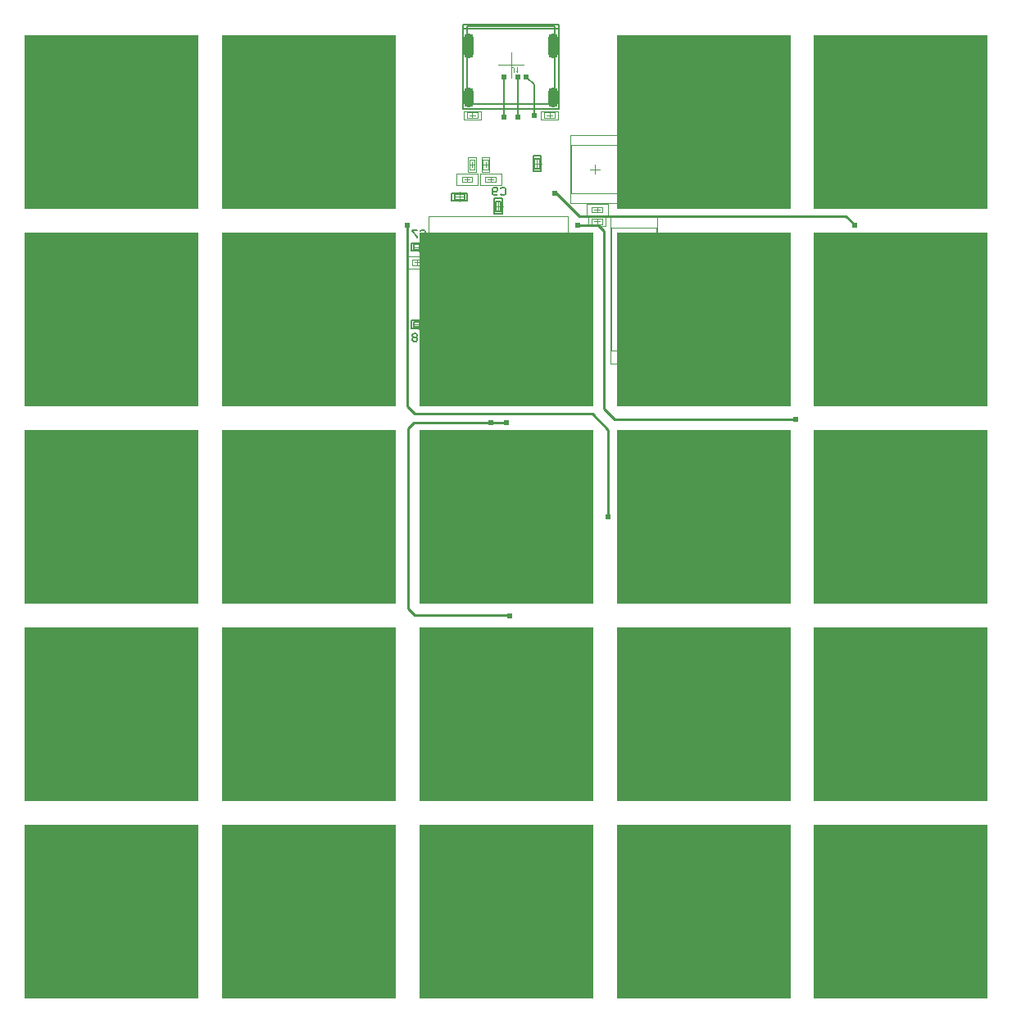
<source format=gtl>
G04*
G04 #@! TF.GenerationSoftware,Altium Limited,Altium Designer,20.1.14 (287)*
G04*
G04 Layer_Physical_Order=1*
G04 Layer_Color=255*
%FSLAX25Y25*%
%MOIN*%
G70*
G04*
G04 #@! TF.SameCoordinates,6159EE71-3121-4CAE-BACB-EE203CEA38BF*
G04*
G04*
G04 #@! TF.FilePolarity,Positive*
G04*
G01*
G75*
%ADD10C,0.00394*%
%ADD11C,0.00197*%
%ADD12C,0.00787*%
%ADD13C,0.00600*%
G04:AMPARAMS|DCode=15|XSize=43.31mil|YSize=82.68mil|CornerRadius=21.65mil|HoleSize=0mil|Usage=FLASHONLY|Rotation=0.000|XOffset=0mil|YOffset=0mil|HoleType=Round|Shape=RoundedRectangle|*
%AMROUNDEDRECTD15*
21,1,0.04331,0.03937,0,0,0.0*
21,1,0.00000,0.08268,0,0,0.0*
1,1,0.04331,0.00000,-0.01968*
1,1,0.04331,0.00000,-0.01968*
1,1,0.04331,0.00000,0.01968*
1,1,0.04331,0.00000,0.01968*
%
%ADD15ROUNDEDRECTD15*%
G04:AMPARAMS|DCode=16|XSize=43.31mil|YSize=102.36mil|CornerRadius=21.65mil|HoleSize=0mil|Usage=FLASHONLY|Rotation=0.000|XOffset=0mil|YOffset=0mil|HoleType=Round|Shape=RoundedRectangle|*
%AMROUNDEDRECTD16*
21,1,0.04331,0.05906,0,0,0.0*
21,1,0.00000,0.10236,0,0,0.0*
1,1,0.04331,0.00000,-0.02953*
1,1,0.04331,0.00000,-0.02953*
1,1,0.04331,0.00000,0.02953*
1,1,0.04331,0.00000,0.02953*
%
%ADD16ROUNDEDRECTD16*%
%ADD18C,0.01000*%
%ADD19C,0.00500*%
%ADD20R,0.70866X0.70866*%
%ADD21C,0.02400*%
G36*
X205721Y381373D02*
X205520D01*
X205505Y381404D01*
X205485Y381434D01*
X205444Y381495D01*
X205398Y381552D01*
X205352Y381605D01*
X205330Y381626D01*
X205311Y381648D01*
X205293Y381665D01*
X205278Y381681D01*
X205263Y381694D01*
X205254Y381703D01*
X205248Y381709D01*
X205245Y381711D01*
X205171Y381772D01*
X205093Y381829D01*
X205016Y381879D01*
X204982Y381903D01*
X204947Y381923D01*
X204914Y381942D01*
X204886Y381958D01*
X204860Y381973D01*
X204838Y381984D01*
X204820Y381993D01*
X204805Y381999D01*
X204796Y382003D01*
X204794Y382006D01*
Y382304D01*
X204849Y382282D01*
X204905Y382256D01*
X204960Y382230D01*
X205010Y382204D01*
X205032Y382193D01*
X205054Y382180D01*
X205071Y382171D01*
X205086Y382162D01*
X205099Y382156D01*
X205108Y382150D01*
X205115Y382147D01*
X205117Y382145D01*
X205182Y382106D01*
X205239Y382067D01*
X205289Y382030D01*
X205333Y381999D01*
X205350Y381984D01*
X205365Y381971D01*
X205378Y381960D01*
X205392Y381949D01*
X205400Y381942D01*
X205407Y381936D01*
X205409Y381934D01*
X205411Y381931D01*
Y383896D01*
X205721D01*
Y381373D01*
D02*
G37*
G36*
X203512Y383933D02*
X203586Y383924D01*
X203621Y383915D01*
X203652Y383909D01*
X203682Y383900D01*
X203709Y383891D01*
X203735Y383885D01*
X203756Y383876D01*
X203774Y383867D01*
X203791Y383861D01*
X203802Y383856D01*
X203813Y383852D01*
X203818Y383848D01*
X203820D01*
X203879Y383811D01*
X203926Y383767D01*
X203970Y383723D01*
X204003Y383682D01*
X204029Y383643D01*
X204040Y383628D01*
X204046Y383612D01*
X204053Y383601D01*
X204057Y383590D01*
X204062Y383586D01*
Y383584D01*
X204075Y383549D01*
X204088Y383512D01*
X204107Y383434D01*
X204120Y383353D01*
X204131Y383274D01*
X204134Y383237D01*
X204136Y383205D01*
X204138Y383174D01*
Y383148D01*
X204140Y383126D01*
Y383109D01*
Y383100D01*
Y383096D01*
Y381382D01*
X203807D01*
Y383113D01*
Y383152D01*
X203804Y383189D01*
Y383222D01*
X203802Y383253D01*
X203798Y383281D01*
X203796Y383307D01*
X203794Y383331D01*
X203789Y383353D01*
X203787Y383370D01*
X203783Y383385D01*
X203781Y383399D01*
X203778Y383410D01*
X203776Y383418D01*
X203774Y383425D01*
X203772Y383427D01*
Y383429D01*
X203756Y383464D01*
X203737Y383494D01*
X203717Y383521D01*
X203695Y383542D01*
X203676Y383560D01*
X203661Y383573D01*
X203650Y383582D01*
X203645Y383584D01*
X203610Y383604D01*
X203573Y383617D01*
X203538Y383628D01*
X203504Y383634D01*
X203475Y383638D01*
X203451Y383641D01*
X203430D01*
X203399Y383638D01*
X203368Y383636D01*
X203316Y383623D01*
X203270Y383608D01*
X203233Y383588D01*
X203203Y383569D01*
X203181Y383551D01*
X203174Y383545D01*
X203168Y383540D01*
X203166Y383538D01*
X203164Y383536D01*
X203146Y383514D01*
X203131Y383488D01*
X203118Y383460D01*
X203107Y383429D01*
X203087Y383364D01*
X203074Y383298D01*
X203070Y383268D01*
X203065Y383237D01*
X203063Y383211D01*
X203061Y383187D01*
X203059Y383168D01*
X203057Y383154D01*
Y383143D01*
Y383141D01*
X202756Y383183D01*
Y383250D01*
X202760Y383314D01*
X202769Y383375D01*
X202778Y383429D01*
X202791Y383479D01*
X202806Y383527D01*
X202821Y383569D01*
X202836Y383606D01*
X202852Y383638D01*
X202869Y383667D01*
X202882Y383693D01*
X202895Y383713D01*
X202908Y383728D01*
X202917Y383739D01*
X202922Y383745D01*
X202924Y383747D01*
X202959Y383780D01*
X202996Y383811D01*
X203037Y383835D01*
X203079Y383856D01*
X203120Y383876D01*
X203161Y383891D01*
X203203Y383902D01*
X203244Y383913D01*
X203281Y383922D01*
X203318Y383926D01*
X203349Y383930D01*
X203377Y383935D01*
X203399D01*
X203416Y383937D01*
X203432D01*
X203512Y383933D01*
D02*
G37*
D10*
X183465Y311024D02*
G03*
X183465Y311024I-1969J0D01*
G01*
X300959Y306114D02*
X305093D01*
X300959Y303948D02*
X305093D01*
Y306114D01*
X300959Y303948D02*
Y306114D01*
X203306Y205177D02*
Y209311D01*
X201140Y205177D02*
Y209311D01*
Y205177D02*
X203306D01*
X201140Y209311D02*
X203306D01*
X199709Y255790D02*
X201875D01*
X199709Y251656D02*
X201875D01*
X199709D02*
Y255790D01*
X201875Y251656D02*
Y255790D01*
X243504Y318307D02*
X262008D01*
X243504Y268307D02*
X262008D01*
Y318307D01*
X243504Y268307D02*
Y318307D01*
X277658Y120965D02*
X281791D01*
X277658Y123130D02*
X281791D01*
X277658Y120965D02*
Y123130D01*
X281791Y120965D02*
Y123130D01*
X279626Y38287D02*
X283760D01*
X279626Y40453D02*
X283760D01*
X279626Y38287D02*
Y40453D01*
X283760Y38287D02*
Y40453D01*
X200886Y38287D02*
X205020D01*
X200886Y40453D02*
X205020D01*
X200886Y38287D02*
Y40453D01*
X205020Y38287D02*
Y40453D01*
X279232Y361122D02*
X283366D01*
X279232Y363287D02*
X283366D01*
X279232Y361122D02*
Y363287D01*
X283366Y361122D02*
Y363287D01*
X39272Y38287D02*
X43406D01*
X39272Y40453D02*
X43406D01*
X39272Y38287D02*
Y40453D01*
X43406Y38287D02*
Y40453D01*
X39075Y120965D02*
X43209D01*
X39075Y123130D02*
X43209D01*
X39075Y120965D02*
Y123130D01*
X43209Y120965D02*
Y123130D01*
X121752Y199705D02*
X125886D01*
X121752Y201870D02*
X125886D01*
X121752Y199705D02*
Y201870D01*
X125886Y199705D02*
Y201870D01*
X39075Y278445D02*
X43209D01*
X39075Y280610D02*
X43209D01*
X39075Y278445D02*
Y280610D01*
X43209Y278445D02*
Y280610D01*
X117815Y361122D02*
X121949D01*
X117815Y363287D02*
X121949D01*
X117815Y361122D02*
Y363287D01*
X121949Y361122D02*
Y363287D01*
X216339Y362992D02*
Y365354D01*
X220669Y362992D02*
Y365354D01*
X216339Y362992D02*
X220669D01*
X216339Y365354D02*
X220669D01*
X263779Y278543D02*
X266142D01*
X263779Y274213D02*
X266142D01*
X263779D02*
Y278543D01*
X266142Y274213D02*
Y278543D01*
X235728Y319941D02*
X239862D01*
X235728Y322106D02*
X239862D01*
X235728Y319941D02*
Y322106D01*
X239862Y319941D02*
Y322106D01*
X185886Y341988D02*
X188051D01*
X185886Y346122D02*
X188051D01*
Y341988D02*
Y346122D01*
X185886Y341988D02*
Y346122D01*
X235728Y326831D02*
X239862D01*
X235728Y324665D02*
X239862D01*
Y326831D01*
X235728Y324665D02*
Y326831D01*
X182933Y337067D02*
X187067D01*
X182933Y339232D02*
X187067D01*
X182933Y337067D02*
Y339232D01*
X187067Y337067D02*
Y339232D01*
X177953Y314567D02*
X217323D01*
X177953Y275197D02*
X217323D01*
X177953D02*
Y314567D01*
X217323Y275197D02*
Y314567D01*
X227165Y332441D02*
X246850D01*
X227165Y352126D02*
X246850D01*
Y332441D02*
Y352126D01*
X227165Y332441D02*
Y352126D01*
X358169Y123130D02*
X362303D01*
X358169Y120965D02*
X362303D01*
Y123130D01*
X358169Y120965D02*
Y123130D01*
Y40453D02*
X362303D01*
X358169Y38287D02*
X362303D01*
Y40453D01*
X358169Y38287D02*
Y40453D01*
X357893Y363115D02*
X362027D01*
X357893Y360949D02*
X362027D01*
Y363115D01*
X357893Y360949D02*
Y363115D01*
X357601Y305737D02*
X361735D01*
X357601Y303571D02*
X361735D01*
Y305737D01*
X357601Y303571D02*
Y305737D01*
X208307Y119622D02*
Y123756D01*
X206142Y119622D02*
Y123756D01*
Y119622D02*
X208307D01*
X206142Y123756D02*
X208307D01*
X122146Y38287D02*
X126279D01*
X122146Y40453D02*
X126279D01*
X122146Y38287D02*
Y40453D01*
X126279Y38287D02*
Y40453D01*
X117815Y120965D02*
X121949D01*
X117815Y123130D02*
X121949D01*
X117815Y120965D02*
Y123130D01*
X121949Y120965D02*
Y123130D01*
X39272Y199705D02*
X43406D01*
X39272Y201870D02*
X43406D01*
X39272Y199705D02*
Y201870D01*
X43406Y199705D02*
Y201870D01*
X117815Y278445D02*
X121949D01*
X117815Y280610D02*
X121949D01*
X117815Y278445D02*
Y280610D01*
X121949Y278445D02*
Y280610D01*
X39075Y361122D02*
X43209D01*
X39075Y363287D02*
X43209D01*
X39075Y361122D02*
Y363287D01*
X43209Y361122D02*
Y363287D01*
X279626Y199705D02*
X283760D01*
X279626Y201870D02*
X283760D01*
X279626Y199705D02*
Y201870D01*
X283760Y199705D02*
Y201870D01*
X189173Y362992D02*
Y365354D01*
X184843Y362992D02*
Y365354D01*
X189173D01*
X184843Y362992D02*
X189173D01*
X162500Y303248D02*
Y305413D01*
X166634Y303248D02*
Y305413D01*
X162500Y303248D02*
X166634D01*
X162500Y305413D02*
X166634D01*
X191398Y341988D02*
Y346122D01*
X193563Y341988D02*
Y346122D01*
X191398D02*
X193563D01*
X191398Y341988D02*
X193563D01*
X263779Y308071D02*
X266142D01*
X263779Y312402D02*
X266142D01*
Y308071D02*
Y312402D01*
X263779Y308071D02*
Y312402D01*
X358210Y200215D02*
Y202381D01*
X362343Y200215D02*
Y202381D01*
X358210Y200215D02*
X362343D01*
X358210Y202381D02*
X362343D01*
X192382Y337067D02*
X196516D01*
X192382Y339232D02*
X196516D01*
X192382Y337067D02*
Y339232D01*
X196516Y337067D02*
Y339232D01*
X252756Y291339D02*
Y295276D01*
X250787Y293307D02*
X254724D01*
X217323Y364173D02*
X219685D01*
X218504Y362992D02*
Y365354D01*
X264961Y275197D02*
Y277559D01*
X263779Y276378D02*
X266142D01*
X237795Y319941D02*
Y322106D01*
X236713Y321024D02*
X238878D01*
X186969Y342972D02*
Y345138D01*
X185886Y344055D02*
X188051D01*
X237795Y324665D02*
Y326831D01*
X236713Y325748D02*
X238878D01*
X185000Y337067D02*
Y339232D01*
X183917Y338150D02*
X186083D01*
X197638Y292913D02*
Y296850D01*
X195669Y294882D02*
X199606D01*
X235039Y342284D02*
X238976D01*
X237008Y340315D02*
Y344252D01*
X185827Y364173D02*
X188189D01*
X187008Y362992D02*
Y365354D01*
X163484Y304331D02*
X165650D01*
X164567Y303248D02*
Y305413D01*
X191398Y344055D02*
X193563D01*
X192480Y342972D02*
Y345138D01*
X264961Y309055D02*
Y311417D01*
X263779Y310236D02*
X266142D01*
X194449Y337067D02*
Y339232D01*
X193366Y338150D02*
X195531D01*
X197642Y384646D02*
X207870D01*
X202756Y379532D02*
Y389760D01*
X211446Y344529D02*
X215384D01*
X213415Y342561D02*
Y346498D01*
X181876Y329050D02*
Y332987D01*
X179907Y331019D02*
X183844D01*
X197638Y325197D02*
Y329134D01*
X195669Y327165D02*
X199606D01*
X163386Y310630D02*
X167323D01*
X165354Y308661D02*
Y312598D01*
X228740Y304331D02*
X232677D01*
X230709Y302362D02*
Y306299D01*
X163386Y279134D02*
X167323D01*
X165354Y277165D02*
Y281102D01*
X210386Y260189D02*
Y264126D01*
X208418Y262158D02*
X212354D01*
D11*
X303026Y303948D02*
Y306114D01*
X301943Y305031D02*
X304108D01*
X298695Y307393D02*
X307356D01*
X298695Y302669D02*
X307356D01*
Y307393D01*
X298695Y302669D02*
Y307393D01*
X201140Y207244D02*
X203306D01*
X202223Y206161D02*
Y208326D01*
X204585Y202913D02*
Y211574D01*
X199861Y202913D02*
Y211574D01*
Y202913D02*
X204585D01*
X199861Y211574D02*
X204585D01*
X198430Y258054D02*
X203154D01*
X198430Y249392D02*
X203154D01*
X198430D02*
Y258054D01*
X203154Y249392D02*
Y258054D01*
X200792Y252640D02*
Y254806D01*
X199709Y253723D02*
X201875D01*
X243110Y263189D02*
Y323425D01*
X262402Y263189D02*
Y323425D01*
X243110Y263189D02*
X262402D01*
X243110Y323425D02*
X262402D01*
X279724Y120965D02*
Y123130D01*
X278642Y122047D02*
X280807D01*
X275394Y119685D02*
X284055D01*
X275394Y124409D02*
X284055D01*
X275394Y119685D02*
Y124409D01*
X284055Y119685D02*
Y124409D01*
X281693Y38287D02*
Y40453D01*
X280610Y39370D02*
X282776D01*
X277362Y37008D02*
X286024D01*
X277362Y41732D02*
X286024D01*
X277362Y37008D02*
Y41732D01*
X286024Y37008D02*
Y41732D01*
X202953Y38287D02*
Y40453D01*
X201870Y39370D02*
X204035D01*
X198622Y37008D02*
X207283D01*
X198622Y41732D02*
X207283D01*
X198622Y37008D02*
Y41732D01*
X207283Y37008D02*
Y41732D01*
X281299Y361122D02*
Y363287D01*
X280217Y362205D02*
X282382D01*
X276969Y359842D02*
X285630D01*
X276969Y364567D02*
X285630D01*
X276969Y359842D02*
Y364567D01*
X285630Y359842D02*
Y364567D01*
X41339Y38287D02*
Y40453D01*
X40256Y39370D02*
X42421D01*
X37008Y37008D02*
X45669D01*
X37008Y41732D02*
X45669D01*
X37008Y37008D02*
Y41732D01*
X45669Y37008D02*
Y41732D01*
X41142Y120965D02*
Y123130D01*
X40059Y122047D02*
X42224D01*
X36811Y119685D02*
X45472D01*
X36811Y124409D02*
X45472D01*
X36811Y119685D02*
Y124409D01*
X45472Y119685D02*
Y124409D01*
X123819Y199705D02*
Y201870D01*
X122736Y200787D02*
X124902D01*
X119488Y198425D02*
X128150D01*
X119488Y203150D02*
X128150D01*
X119488Y198425D02*
Y203150D01*
X128150Y198425D02*
Y203150D01*
X41142Y278445D02*
Y280610D01*
X40059Y279528D02*
X42224D01*
X36811Y277165D02*
X45472D01*
X36811Y281890D02*
X45472D01*
X36811Y277165D02*
Y281890D01*
X45472Y277165D02*
Y281890D01*
X119882Y361122D02*
Y363287D01*
X118799Y362205D02*
X120965D01*
X115551Y359842D02*
X124213D01*
X115551Y364567D02*
X124213D01*
X115551Y359842D02*
Y364567D01*
X124213Y359842D02*
Y364567D01*
X214961Y362402D02*
Y365945D01*
X222047Y362402D02*
Y365945D01*
X214961Y362402D02*
X222047D01*
X214961Y365945D02*
X222047D01*
X262992Y280118D02*
X266929D01*
X262992Y272638D02*
X266929D01*
X262992D02*
Y280118D01*
X266929Y272638D02*
Y280118D01*
X234252Y319252D02*
X241339D01*
X234252Y322795D02*
X241339D01*
X234252Y319252D02*
Y322795D01*
X241339Y319252D02*
Y322795D01*
X185394Y341102D02*
X188543D01*
X185394Y347008D02*
X188543D01*
Y341102D02*
Y347008D01*
X185394Y341102D02*
Y347008D01*
X233465Y328110D02*
X242126D01*
X233465Y323386D02*
X242126D01*
Y328110D01*
X233465Y323386D02*
Y328110D01*
X180669Y335787D02*
X189331D01*
X180669Y340512D02*
X189331D01*
X180669Y335787D02*
Y340512D01*
X189331Y335787D02*
Y340512D01*
X169291Y323228D02*
X225984D01*
X169291Y266535D02*
X225984D01*
X169291D02*
Y323228D01*
X225984Y266535D02*
Y323228D01*
X226772Y328563D02*
X247244D01*
X226772D02*
Y356004D01*
X247244Y328563D02*
Y356004D01*
X226772D02*
X247244D01*
X360236Y120965D02*
Y123130D01*
X359154Y122047D02*
X361319D01*
X355906Y124409D02*
X364567D01*
X355906Y119685D02*
X364567D01*
Y124409D01*
X355906Y119685D02*
Y124409D01*
X360236Y38287D02*
Y40453D01*
X359154Y39370D02*
X361319D01*
X355906Y41732D02*
X364567D01*
X355906Y37008D02*
X364567D01*
Y41732D01*
X355906Y37008D02*
Y41732D01*
X359960Y360949D02*
Y363115D01*
X358877Y362032D02*
X361043D01*
X355629Y364394D02*
X364291D01*
X355629Y359670D02*
X364291D01*
Y364394D01*
X355629Y359670D02*
Y364394D01*
X359668Y303571D02*
Y305737D01*
X358585Y304654D02*
X360751D01*
X355337Y307016D02*
X363999D01*
X355337Y302292D02*
X363999D01*
Y307016D01*
X355337Y302292D02*
Y307016D01*
X206142Y121689D02*
X208307D01*
X207224Y120606D02*
Y122772D01*
X209587Y117358D02*
Y126020D01*
X204862Y117358D02*
Y126020D01*
Y117358D02*
X209587D01*
X204862Y126020D02*
X209587D01*
X124213Y38287D02*
Y40453D01*
X123130Y39370D02*
X125295D01*
X119882Y37008D02*
X128543D01*
X119882Y41732D02*
X128543D01*
X119882Y37008D02*
Y41732D01*
X128543Y37008D02*
Y41732D01*
X119882Y120965D02*
Y123130D01*
X118799Y122047D02*
X120965D01*
X115551Y119685D02*
X124213D01*
X115551Y124409D02*
X124213D01*
X115551Y119685D02*
Y124409D01*
X124213Y119685D02*
Y124409D01*
X41339Y199705D02*
Y201870D01*
X40256Y200787D02*
X42421D01*
X37008Y198425D02*
X45669D01*
X37008Y203150D02*
X45669D01*
X37008Y198425D02*
Y203150D01*
X45669Y198425D02*
Y203150D01*
X119882Y278445D02*
Y280610D01*
X118799Y279528D02*
X120965D01*
X115551Y277165D02*
X124213D01*
X115551Y281890D02*
X124213D01*
X115551Y277165D02*
Y281890D01*
X124213Y277165D02*
Y281890D01*
X41142Y361122D02*
Y363287D01*
X40059Y362205D02*
X42224D01*
X36811Y359842D02*
X45472D01*
X36811Y364567D02*
X45472D01*
X36811Y359842D02*
Y364567D01*
X45472Y359842D02*
Y364567D01*
X281693Y199705D02*
Y201870D01*
X280610Y200787D02*
X282776D01*
X277362Y198425D02*
X286024D01*
X277362Y203150D02*
X286024D01*
X277362Y198425D02*
Y203150D01*
X286024Y198425D02*
Y203150D01*
X190551Y362402D02*
Y365945D01*
X183465Y362402D02*
Y365945D01*
X190551D01*
X183465Y362402D02*
X190551D01*
X160236Y301969D02*
Y306693D01*
X168898Y301969D02*
Y306693D01*
X160236Y301969D02*
X168898D01*
X160236Y306693D02*
X168898D01*
X190905Y341102D02*
Y347008D01*
X194055Y341102D02*
Y347008D01*
X190905D02*
X194055D01*
X190905Y341102D02*
X194055D01*
X262992Y306496D02*
X266929D01*
X262992Y313976D02*
X266929D01*
Y306496D02*
Y313976D01*
X262992Y306496D02*
Y313976D01*
X355946Y198936D02*
Y203660D01*
X364607Y198936D02*
Y203660D01*
X355946Y198936D02*
X364607D01*
X355946Y203660D02*
X364607D01*
X359194Y201298D02*
X361359D01*
X360277Y200215D02*
Y202381D01*
X190118Y335787D02*
X198779D01*
X190118Y340512D02*
X198779D01*
X190118Y335787D02*
Y340512D01*
X198779Y335787D02*
Y340512D01*
D12*
X183189Y366890D02*
X222323D01*
Y400984D01*
X183189D02*
X222323D01*
X183189Y366890D02*
Y400984D01*
X211840Y341380D02*
X214990D01*
X211840D02*
Y347679D01*
X214990D01*
Y341380D02*
Y347679D01*
X185025Y329444D02*
Y332594D01*
X178726Y329444D02*
X185025D01*
X178726D02*
Y332594D01*
X185025D01*
X199213Y324016D02*
Y330315D01*
X196063D02*
X199213D01*
X196063Y324016D02*
Y330315D01*
Y324016D02*
X199213D01*
X162205Y312205D02*
X168504D01*
X162205Y309055D02*
Y312205D01*
Y309055D02*
X168504D01*
Y312205D01*
X227559Y302756D02*
X233858D01*
Y305906D01*
X227559D02*
X233858D01*
X227559Y302756D02*
Y305906D01*
X162205Y280709D02*
X168504D01*
X162205Y277559D02*
Y280709D01*
Y277559D02*
X168504D01*
Y280709D01*
X208811Y259008D02*
Y265307D01*
Y259008D02*
X211961D01*
Y265307D01*
X208811D02*
X211961D01*
X183189Y366890D02*
X222323D01*
Y400984D01*
X183189D02*
X222323D01*
X183189Y366890D02*
Y400984D01*
X211840Y341380D02*
X214990D01*
X211840D02*
Y347679D01*
X214990D01*
Y341380D02*
Y347679D01*
X185025Y329444D02*
Y332594D01*
X178726Y329444D02*
X185025D01*
X178726D02*
Y332594D01*
X185025D01*
X199213Y324016D02*
Y330315D01*
X196063D02*
X199213D01*
X196063Y324016D02*
Y330315D01*
Y324016D02*
X199213D01*
X162205Y312205D02*
X168504D01*
X162205Y309055D02*
Y312205D01*
Y309055D02*
X168504D01*
Y312205D01*
X227559Y302756D02*
X233858D01*
Y305906D01*
X227559D02*
X233858D01*
X227559Y302756D02*
Y305906D01*
X162205Y280709D02*
X168504D01*
X162205Y277559D02*
Y280709D01*
Y277559D02*
X168504D01*
Y280709D01*
X208811Y259008D02*
Y265307D01*
Y259008D02*
X211961D01*
Y265307D01*
X208811D02*
X211961D01*
X184764Y368701D02*
X220748D01*
Y400591D01*
X184764D02*
X220748D01*
X184764Y368701D02*
Y400591D01*
X183189Y399488D02*
X222323D01*
X212332Y342462D02*
X214498D01*
X212332D02*
Y346596D01*
X214498D01*
Y342462D02*
Y346596D01*
X183943Y329936D02*
Y332102D01*
X179809Y329936D02*
X183943D01*
X179809D02*
Y332102D01*
X183943D01*
X198721Y325098D02*
Y329232D01*
X196555D02*
X198721D01*
X196555Y325098D02*
Y329232D01*
Y325098D02*
X198721D01*
X163287Y311713D02*
X167421D01*
X163287Y309547D02*
Y311713D01*
Y309547D02*
X167421D01*
Y311713D01*
X228642Y303248D02*
X232776D01*
Y305413D01*
X228642D02*
X232776D01*
X228642Y303248D02*
Y305413D01*
X163287Y280217D02*
X167421D01*
X163287Y278051D02*
Y280217D01*
Y278051D02*
X167421D01*
Y280217D01*
X209303Y260091D02*
Y264225D01*
Y260091D02*
X211469D01*
Y264225D01*
X209303D02*
X211469D01*
D13*
X198449Y334368D02*
X198982Y334901D01*
X200048D01*
X200581Y334368D01*
Y332236D01*
X200048Y331702D01*
X198982D01*
X198449Y332236D01*
X197382D02*
X196849Y331702D01*
X195783D01*
X195249Y332236D01*
Y334368D01*
X195783Y334901D01*
X196849D01*
X197382Y334368D01*
Y333835D01*
X196849Y333302D01*
X195249D01*
X165771Y317045D02*
X166304Y317579D01*
X167371D01*
X167904Y317045D01*
Y314913D01*
X167371Y314380D01*
X166304D01*
X165771Y314913D01*
X164705Y317579D02*
X162572D01*
Y317045D01*
X164705Y314913D01*
Y314380D01*
X232700Y300116D02*
X233234Y300649D01*
X234300D01*
X234833Y300116D01*
Y297984D01*
X234300Y297450D01*
X233234D01*
X232700Y297984D01*
X231634Y297450D02*
X230568D01*
X231101D01*
Y300649D01*
X231634Y300116D01*
X228968D02*
X228435Y300649D01*
X227369D01*
X226836Y300116D01*
Y297984D01*
X227369Y297450D01*
X228435D01*
X228968Y297984D01*
Y300116D01*
X165771Y274919D02*
X166304Y275452D01*
X167371D01*
X167904Y274919D01*
Y272787D01*
X167371Y272253D01*
X166304D01*
X165771Y272787D01*
X164705Y274919D02*
X164172Y275452D01*
X163105D01*
X162572Y274919D01*
Y274386D01*
X163105Y273853D01*
X162572Y273320D01*
Y272787D01*
X163105Y272253D01*
X164172D01*
X164705Y272787D01*
Y273320D01*
X164172Y273853D01*
X164705Y274386D01*
Y274919D01*
X164172Y273853D02*
X163105D01*
X210803Y257550D02*
X211336Y258083D01*
X212403D01*
X212936Y257550D01*
Y255417D01*
X212403Y254884D01*
X211336D01*
X210803Y255417D01*
X207604Y258083D02*
X208670Y257550D01*
X209737Y256483D01*
Y255417D01*
X209204Y254884D01*
X208137D01*
X207604Y255417D01*
Y255950D01*
X208137Y256483D01*
X209737D01*
D15*
X185748Y371417D02*
D03*
X219764D02*
D03*
D16*
X185748Y392520D02*
D03*
X219764D02*
D03*
D18*
X163360Y239229D02*
X200914D01*
X242406Y200675D02*
Y236152D01*
X235811Y242747D02*
X242406Y236152D01*
X163500Y242747D02*
X235811D01*
X160585Y245662D02*
Y319434D01*
Y245662D02*
X163500Y242747D01*
X221212Y332591D02*
X230558Y323244D01*
X220721Y332591D02*
X221212D01*
X230558Y323244D02*
X338890D01*
X238273Y319498D02*
X240592Y317179D01*
Y244867D02*
X244934Y240525D01*
X240592Y244867D02*
Y317179D01*
X244934Y240525D02*
X318550D01*
X160862Y236732D02*
X163360Y239229D01*
X160862Y163389D02*
Y236732D01*
X163537Y160714D02*
X202261D01*
X160862Y163389D02*
X163537Y160714D01*
X230445Y319498D02*
X238273D01*
X230015Y319929D02*
X230445Y319498D01*
X338890Y323244D02*
X342423Y319711D01*
D19*
X205512Y363386D02*
Y379921D01*
X205512Y379921D02*
X205512Y379921D01*
X212205Y364173D02*
Y376772D01*
X209055Y379921D02*
X212205Y376772D01*
X200000Y363386D02*
Y379921D01*
D20*
X120472Y120472D02*
D03*
X200787D02*
D03*
X361417Y40157D02*
D03*
Y120472D02*
D03*
Y200787D02*
D03*
Y281102D02*
D03*
Y361417D02*
D03*
X40157D02*
D03*
Y281102D02*
D03*
Y200787D02*
D03*
Y120472D02*
D03*
Y40157D02*
D03*
X120472D02*
D03*
Y200787D02*
D03*
Y281102D02*
D03*
Y361417D02*
D03*
X200787Y281102D02*
D03*
Y200787D02*
D03*
Y40157D02*
D03*
X281102D02*
D03*
Y120472D02*
D03*
Y200787D02*
D03*
Y281102D02*
D03*
Y361417D02*
D03*
D21*
X194438Y239138D02*
D03*
X242406Y200675D02*
D03*
X220721Y332591D02*
D03*
X160585Y319434D02*
D03*
X200914Y239229D02*
D03*
X318550Y240525D02*
D03*
X229799Y319498D02*
D03*
X342516Y319618D02*
D03*
X202250Y160568D02*
D03*
X200000Y363386D02*
D03*
X205512D02*
D03*
X200000Y379921D02*
D03*
X205512D02*
D03*
X209055D02*
D03*
X212205Y364173D02*
D03*
M02*

</source>
